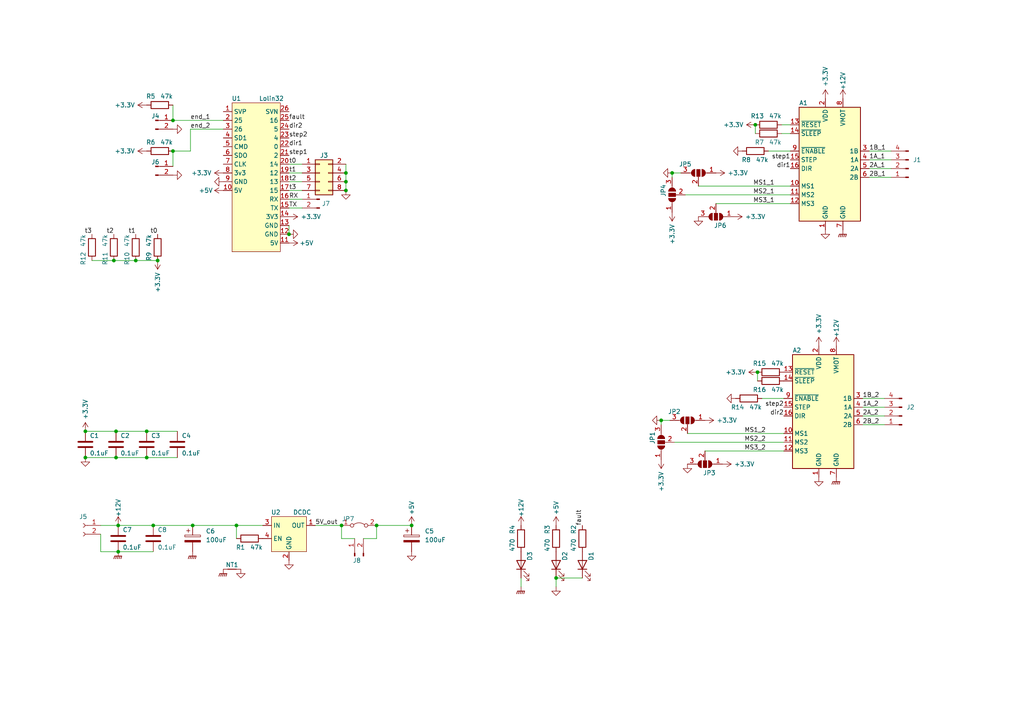
<source format=kicad_sch>
(kicad_sch (version 20211123) (generator eeschema)
  (paper "A4")
  (lib_symbols
    (symbol "Connector:Conn_01x02_Female" (pin_names (offset 1.016) hide)
      (property "Reference" "J" (at 0 2.54 0))
      (property "Value" "Conn_01x02_Female" (at 0 -5.08 0))
      (symbol "Conn_01x02_Female_1_1"
        (arc (start 0 -2.032) (mid -0.508 -2.54) (end 0 -3.048) (stroke (width 0.1524)))
        (polyline (pts (xy -1.27 -2.54) (xy -0.508 -2.54)) (stroke (width 0.1524)))
        (polyline (pts (xy -1.27 0) (xy -0.508 0)) (stroke (width 0.1524)))
        (arc (start 0 0.508) (mid -0.508 0) (end 0 -0.508) (stroke (width 0.1524)))
        (pin passive line (at -5.08 0 0) (length 3.81) (name "Pin_1") (number "1"))
        (pin passive line (at -5.08 -2.54 0) (length 3.81) (name "Pin_2") (number "2"))
      )
    )
    (symbol "Connector:Conn_01x02_Male" (pin_names (offset 1.016) hide)
      (property "Reference" "J" (at 0 2.54 0))
      (property "Value" "Conn_01x02_Male" (at 0 -5.08 0))
      (symbol "Conn_01x02_Male_1_1"
        (polyline (pts (xy 1.27 -2.54) (xy 0.8636 -2.54)) (stroke (width 0.1524)))
        (polyline (pts (xy 1.27 0) (xy 0.8636 0)) (stroke (width 0.1524)))
        (rectangle (start 0.8636 -2.413) (end 0 -2.667) (stroke (width 0.1524)) (fill (type outline)))
        (rectangle (start 0.8636 0.127) (end 0 -0.127) (stroke (width 0.1524)) (fill (type outline)))
        (pin passive line (at 5.08 0 180) (length 3.81) (name "Pin_1") (number "1"))
        (pin passive line (at 5.08 -2.54 180) (length 3.81) (name "Pin_2") (number "2"))
      )
    )
    (symbol "Connector:Conn_01x04_Male" (pin_names (offset 1.016) hide)
      (property "Reference" "J" (at 0 5.08 0))
      (property "Value" "Conn_01x04_Male" (at 0 -7.62 0))
      (symbol "Conn_01x04_Male_1_1"
        (polyline (pts (xy 1.27 -5.08) (xy 0.8636 -5.08)) (stroke (width 0.1524)))
        (polyline (pts (xy 1.27 -2.54) (xy 0.8636 -2.54)) (stroke (width 0.1524)))
        (polyline (pts (xy 1.27 0) (xy 0.8636 0)) (stroke (width 0.1524)))
        (polyline (pts (xy 1.27 2.54) (xy 0.8636 2.54)) (stroke (width 0.1524)))
        (rectangle (start 0.8636 -4.953) (end 0 -5.207) (stroke (width 0.1524)) (fill (type outline)))
        (rectangle (start 0.8636 -2.413) (end 0 -2.667) (stroke (width 0.1524)) (fill (type outline)))
        (rectangle (start 0.8636 0.127) (end 0 -0.127) (stroke (width 0.1524)) (fill (type outline)))
        (rectangle (start 0.8636 2.667) (end 0 2.413) (stroke (width 0.1524)) (fill (type outline)))
        (pin passive line (at 5.08 2.54 180) (length 3.81) (name "Pin_1") (number "1"))
        (pin passive line (at 5.08 0 180) (length 3.81) (name "Pin_2") (number "2"))
        (pin passive line (at 5.08 -2.54 180) (length 3.81) (name "Pin_3") (number "3"))
        (pin passive line (at 5.08 -5.08 180) (length 3.81) (name "Pin_4") (number "4"))
      )
    )
    (symbol "Connector_Generic:Conn_02x04_Odd_Even" (pin_names (offset 1.016) hide)
      (property "Reference" "J" (at 1.27 5.08 0))
      (property "Value" "Conn_02x04_Odd_Even" (at 1.27 -7.62 0))
      (symbol "Conn_02x04_Odd_Even_1_1"
        (rectangle (start -1.27 -4.953) (end 0 -5.207) (stroke (width 0.1524)))
        (rectangle (start -1.27 -2.413) (end 0 -2.667) (stroke (width 0.1524)))
        (rectangle (start -1.27 0.127) (end 0 -0.127) (stroke (width 0.1524)))
        (rectangle (start -1.27 2.667) (end 0 2.413) (stroke (width 0.1524)))
        (rectangle (start -1.27 3.81) (end 3.81 -6.35) (stroke (width 0.254)) (fill (type background)))
        (rectangle (start 3.81 -4.953) (end 2.54 -5.207) (stroke (width 0.1524)))
        (rectangle (start 3.81 -2.413) (end 2.54 -2.667) (stroke (width 0.1524)))
        (rectangle (start 3.81 0.127) (end 2.54 -0.127) (stroke (width 0.1524)))
        (rectangle (start 3.81 2.667) (end 2.54 2.413) (stroke (width 0.1524)))
        (pin passive line (at -5.08 2.54 0) (length 3.81) (name "Pin_1") (number "1"))
        (pin passive line (at 7.62 2.54 180) (length 3.81) (name "Pin_2") (number "2"))
        (pin passive line (at -5.08 0 0) (length 3.81) (name "Pin_3") (number "3"))
        (pin passive line (at 7.62 0 180) (length 3.81) (name "Pin_4") (number "4"))
        (pin passive line (at -5.08 -2.54 0) (length 3.81) (name "Pin_5") (number "5"))
        (pin passive line (at 7.62 -2.54 180) (length 3.81) (name "Pin_6") (number "6"))
        (pin passive line (at -5.08 -5.08 0) (length 3.81) (name "Pin_7") (number "7"))
        (pin passive line (at 7.62 -5.08 180) (length 3.81) (name "Pin_8") (number "8"))
      )
    )
    (symbol "Device:C" (pin_numbers hide) (pin_names (offset 0.254))
      (property "Reference" "C" (at 0.635 2.54 0))
      (property "Value" "C" (at 0.635 -2.54 0))
      (symbol "C_0_1"
        (polyline (pts (xy -2.032 -0.762) (xy 2.032 -0.762)) (stroke (width 0.508)))
        (polyline (pts (xy -2.032 0.762) (xy 2.032 0.762)) (stroke (width 0.508)))
      )
      (symbol "C_1_1"
        (pin passive line (at 0 3.81 270) (length 2.794) (name "~") (number "1"))
        (pin passive line (at 0 -3.81 90) (length 2.794) (name "~") (number "2"))
      )
    )
    (symbol "Device:C_Polarized" (pin_numbers hide) (pin_names (offset 0.254))
      (property "Reference" "C" (at 0.635 2.54 0))
      (property "Value" "C_Polarized" (at 0.635 -2.54 0))
      (symbol "C_Polarized_0_1"
        (rectangle (start -2.286 0.508) (end 2.286 1.016))
        (polyline (pts (xy -1.778 2.286) (xy -0.762 2.286)))
        (polyline (pts (xy -1.27 2.794) (xy -1.27 1.778)))
        (rectangle (start 2.286 -0.508) (end -2.286 -1.016) (fill (type outline)))
      )
      (symbol "C_Polarized_1_1"
        (pin passive line (at 0 3.81 270) (length 2.794) (name "~") (number "1"))
        (pin passive line (at 0 -3.81 90) (length 2.794) (name "~") (number "2"))
      )
    )
    (symbol "Device:LED" (pin_numbers hide) (pin_names (offset 1.016) hide)
      (property "Reference" "D" (at 0 2.54 0))
      (property "Value" "LED" (at 0 -2.54 0))
      (symbol "LED_0_1"
        (polyline (pts (xy -1.27 -1.27) (xy -1.27 1.27)) (stroke (width 0.254)))
        (polyline (pts (xy -1.27 0) (xy 1.27 0)))
        (polyline (pts (xy 1.27 -1.27) (xy 1.27 1.27) (xy -1.27 0) (xy 1.27 -1.27)) (stroke (width 0.254)))
        (polyline (pts (xy -3.048 -0.762) (xy -4.572 -2.286) (xy -3.81 -2.286) (xy -4.572 -2.286) (xy -4.572 -1.524)))
        (polyline (pts (xy -1.778 -0.762) (xy -3.302 -2.286) (xy -2.54 -2.286) (xy -3.302 -2.286) (xy -3.302 -1.524)))
      )
      (symbol "LED_1_1"
        (pin passive line (at -3.81 0 0) (length 2.54) (name "K") (number "1"))
        (pin passive line (at 3.81 0 180) (length 2.54) (name "A") (number "2"))
      )
    )
    (symbol "Device:NetTie_2" (pin_numbers hide) (pin_names (offset 0) hide)
      (property "Reference" "NT" (at 0 1.27 0))
      (property "Value" "NetTie_2" (at 0 -1.27 0))
      (symbol "NetTie_2_0_1"
        (polyline (pts (xy -1.27 0) (xy 1.27 0)) (stroke (width 0.254)))
      )
      (symbol "NetTie_2_1_1"
        (pin passive line (at -2.54 0 0) (length 2.54) (name "1") (number "1"))
        (pin passive line (at 2.54 0 180) (length 2.54) (name "2") (number "2"))
      )
    )
    (symbol "Device:R" (pin_numbers hide) (pin_names (offset 0))
      (property "Reference" "R" (at 2.032 0 90))
      (property "Value" "R" (at 0 0 90))
      (symbol "R_0_1"
        (rectangle (start -1.016 -2.54) (end 1.016 2.54) (stroke (width 0.254)))
      )
      (symbol "R_1_1"
        (pin passive line (at 0 3.81 270) (length 1.27) (name "~") (number "1"))
        (pin passive line (at 0 -3.81 90) (length 1.27) (name "~") (number "2"))
      )
    )
    (symbol "Driver_Motor:Pololu_Breakout_A4988"
      (property "Reference" "A" (at -2.54 19.05 0))
      (property "Value" "Pololu_Breakout_A4988" (at -2.54 16.51 0))
      (symbol "Pololu_Breakout_A4988_0_1"
        (rectangle (start 10.16 -17.78) (end -7.62 15.24) (stroke (width 0.254)) (fill (type background)))
      )
      (symbol "Pololu_Breakout_A4988_1_1"
        (pin power_in line (at 0 -20.32 90) (length 2.54) (name "GND") (number "1"))
        (pin input line (at -10.16 -7.62 0) (length 2.54) (name "MS1") (number "10"))
        (pin input line (at -10.16 -10.16 0) (length 2.54) (name "MS2") (number "11"))
        (pin input line (at -10.16 -12.7 0) (length 2.54) (name "MS3") (number "12"))
        (pin input line (at -10.16 10.16 0) (length 2.54) (name "~{RESET}") (number "13"))
        (pin input line (at -10.16 7.62 0) (length 2.54) (name "~{SLEEP}") (number "14"))
        (pin input line (at -10.16 0 0) (length 2.54) (name "STEP") (number "15"))
        (pin input line (at -10.16 -2.54 0) (length 2.54) (name "DIR") (number "16"))
        (pin power_in line (at 0 17.78 270) (length 2.54) (name "VDD") (number "2"))
        (pin output line (at 12.7 2.54 180) (length 2.54) (name "1B") (number "3"))
        (pin output line (at 12.7 0 180) (length 2.54) (name "1A") (number "4"))
        (pin output line (at 12.7 -2.54 180) (length 2.54) (name "2A") (number "5"))
        (pin output line (at 12.7 -5.08 180) (length 2.54) (name "2B") (number "6"))
        (pin power_in line (at 5.08 -20.32 90) (length 2.54) (name "GND") (number "7"))
        (pin power_in line (at 5.08 17.78 270) (length 2.54) (name "VMOT") (number "8"))
        (pin input line (at -10.16 2.54 0) (length 2.54) (name "~{ENABLE}") (number "9"))
      )
    )
    (symbol "Jumper:Jumper_2_Bridged" (pin_names (offset 0) hide)
      (property "Reference" "JP" (at 0 1.905 0))
      (property "Value" "Jumper_2_Bridged" (at 0 -2.54 0))
      (symbol "Jumper_2_Bridged_0_0"
        (circle (center -2.032 0) (radius 0.508))
        (circle (center 2.032 0) (radius 0.508))
      )
      (symbol "Jumper_2_Bridged_0_1"
        (arc (start 1.524 0.254) (mid 0 0.762) (end -1.524 0.254))
      )
      (symbol "Jumper_2_Bridged_1_1"
        (pin passive line (at -5.08 0 0) (length 2.54) (name "A") (number "1"))
        (pin passive line (at 5.08 0 180) (length 2.54) (name "B") (number "2"))
      )
    )
    (symbol "Jumper:SolderJumper_3_Open" (pin_names (offset 0) hide)
      (property "Reference" "JP" (at -2.54 -2.54 0))
      (property "Value" "SolderJumper_3_Open" (at 0 2.794 0))
      (symbol "SolderJumper_3_Open_0_1"
        (arc (start -1.016 1.016) (mid -2.032 0) (end -1.016 -1.016))
        (arc (start -1.016 1.016) (mid -2.032 0) (end -1.016 -1.016) (fill (type outline)))
        (rectangle (start -0.508 1.016) (end 0.508 -1.016) (fill (type outline)))
        (polyline (pts (xy -2.54 0) (xy -2.032 0)))
        (polyline (pts (xy -1.016 1.016) (xy -1.016 -1.016)))
        (polyline (pts (xy 0 -1.27) (xy 0 -1.016)))
        (polyline (pts (xy 1.016 1.016) (xy 1.016 -1.016)))
        (polyline (pts (xy 2.54 0) (xy 2.032 0)))
        (arc (start 1.016 -1.016) (mid 2.032 0) (end 1.016 1.016))
        (arc (start 1.016 -1.016) (mid 2.032 0) (end 1.016 1.016) (fill (type outline)))
      )
      (symbol "SolderJumper_3_Open_1_1"
        (pin passive line (at -5.08 0 0) (length 2.54) (name "A") (number "1"))
        (pin passive line (at 0 -3.81 90) (length 2.54) (name "C") (number "2"))
        (pin passive line (at 5.08 0 180) (length 2.54) (name "B") (number "3"))
      )
    )
    (symbol "platform:DCDC"
      (property "Reference" "U" (at 1.27 1.27 0))
      (property "Value" "DCDC" (at 7.62 1.27 0))
      (symbol "DCDC_0_1"
        (rectangle (start 0 0) (end 10.16 -10.16) (fill (type background)))
      )
      (symbol "DCDC_1_1"
        (pin power_out line (at 12.7 -2.54 180) (length 2.54) (name "OUT") (number "1"))
        (pin power_in line (at 5.08 -12.7 90) (length 2.54) (name "GND") (number "2"))
        (pin power_in line (at -2.54 -2.54 0) (length 2.54) (name "IN") (number "3"))
        (pin input line (at -2.54 -6.35 0) (length 2.54) (name "EN") (number "4"))
      )
    )
    (symbol "platform:Lolin32"
      (property "Reference" "U" (at 1.27 1.27 0))
      (property "Value" "Lolin32" (at 11.43 1.27 0))
      (symbol "Lolin32_0_1"
        (rectangle (start 0 0) (end 13.97 -43.18) (fill (type background)))
      )
      (symbol "Lolin32_1_1"
        (pin bidirectional line (at -2.54 -2.54 0) (length 2.54) (name "SVP") (number "1"))
        (pin power_in line (at -2.54 -25.4 0) (length 2.54) (name "5V") (number "10"))
        (pin power_in line (at 16.51 -40.64 180) (length 2.54) (name "5V") (number "11"))
        (pin power_in line (at 16.51 -38.1 180) (length 2.54) (name "GND") (number "12"))
        (pin power_in line (at 16.51 -35.56 180) (length 2.54) (name "GND") (number "13"))
        (pin power_in line (at 16.51 -33.02 180) (length 2.54) (name "3V3") (number "14"))
        (pin bidirectional line (at 16.51 -30.48 180) (length 2.54) (name "TX") (number "15"))
        (pin bidirectional line (at 16.51 -27.94 180) (length 2.54) (name "RX") (number "16"))
        (pin bidirectional line (at 16.51 -25.4 180) (length 2.54) (name "15") (number "17"))
        (pin bidirectional line (at 16.51 -22.86 180) (length 2.54) (name "13") (number "18"))
        (pin bidirectional line (at 16.51 -20.32 180) (length 2.54) (name "12") (number "19"))
        (pin bidirectional line (at -2.54 -5.08 0) (length 2.54) (name "25") (number "2"))
        (pin bidirectional line (at 16.51 -17.78 180) (length 2.54) (name "14") (number "20"))
        (pin bidirectional line (at 16.51 -15.24 180) (length 2.54) (name "2") (number "21"))
        (pin bidirectional line (at 16.51 -12.7 180) (length 2.54) (name "0") (number "22"))
        (pin bidirectional line (at 16.51 -10.16 180) (length 2.54) (name "4") (number "23"))
        (pin bidirectional line (at 16.51 -7.62 180) (length 2.54) (name "5") (number "24"))
        (pin bidirectional line (at 16.51 -5.08 180) (length 2.54) (name "16") (number "25"))
        (pin bidirectional line (at 16.51 -2.54 180) (length 2.54) (name "SVN") (number "26"))
        (pin bidirectional line (at -2.54 -7.62 0) (length 2.54) (name "26") (number "3"))
        (pin bidirectional line (at -2.54 -10.16 0) (length 2.54) (name "SD1") (number "4"))
        (pin bidirectional line (at -2.54 -12.7 0) (length 2.54) (name "CMD") (number "5"))
        (pin bidirectional line (at -2.54 -15.24 0) (length 2.54) (name "SDO") (number "6"))
        (pin bidirectional line (at -2.54 -17.78 0) (length 2.54) (name "CLK") (number "7"))
        (pin power_in line (at -2.54 -20.32 0) (length 2.54) (name "3v3") (number "8"))
        (pin power_in line (at -2.54 -22.86 0) (length 2.54) (name "GND") (number "9"))
      )
    )
    (symbol "power:+12V" (power) (pin_names (offset 0))
      (property "Value" "+12V" (at 0 3.556 0))
      (symbol "+12V_0_1"
        (polyline (pts (xy -0.762 1.27) (xy 0 2.54)))
        (polyline (pts (xy 0 0) (xy 0 2.54)))
        (polyline (pts (xy 0 2.54) (xy 0.762 1.27)))
      )
      (symbol "+12V_1_1"
        (pin power_in line (at 0 0 90) (length 0) hide (name "+12V") (number "1"))
      )
    )
    (symbol "power:+3.3V" (power) (pin_names (offset 0))
      (property "Value" "+3.3V" (at 0 3.556 0))
      (symbol "+3.3V_0_1"
        (polyline (pts (xy -0.762 1.27) (xy 0 2.54)))
        (polyline (pts (xy 0 0) (xy 0 2.54)))
        (polyline (pts (xy 0 2.54) (xy 0.762 1.27)))
      )
      (symbol "+3.3V_1_1"
        (pin power_in line (at 0 0 90) (length 0) hide (name "+3.3V") (number "1"))
      )
    )
    (symbol "power:+5V" (power) (pin_names (offset 0))
      (property "Value" "+5V" (at 0 3.556 0))
      (symbol "+5V_0_1"
        (polyline (pts (xy -0.762 1.27) (xy 0 2.54)))
        (polyline (pts (xy 0 0) (xy 0 2.54)))
        (polyline (pts (xy 0 2.54) (xy 0.762 1.27)))
      )
      (symbol "+5V_1_1"
        (pin power_in line (at 0 0 90) (length 0) hide (name "+5V") (number "1"))
      )
    )
    (symbol "power:GND" (power) (pin_names (offset 0))
      (property "Value" "GND" (at 0 -3.81 0))
      (symbol "GND_0_1"
        (polyline (pts (xy 0 0) (xy 0 -1.27) (xy 1.27 -1.27) (xy 0 -2.54) (xy -1.27 -1.27) (xy 0 -1.27)))
      )
      (symbol "GND_1_1"
        (pin power_in line (at 0 0 270) (length 0) hide (name "GND") (number "1"))
      )
    )
    (symbol "power:GNDPWR" (power) (pin_names (offset 0))
      (property "Value" "GNDPWR" (at 0 -3.302 0))
      (symbol "GNDPWR_0_1"
        (polyline (pts (xy 0 -1.27) (xy 0 0)))
        (polyline (pts (xy -1.016 -1.27) (xy -1.27 -2.032) (xy -1.27 -2.032)) (stroke (width 0.2032)))
        (polyline (pts (xy -0.508 -1.27) (xy -0.762 -2.032) (xy -0.762 -2.032)) (stroke (width 0.2032)))
        (polyline (pts (xy 0 -1.27) (xy -0.254 -2.032) (xy -0.254 -2.032)) (stroke (width 0.2032)))
        (polyline (pts (xy 0.508 -1.27) (xy 0.254 -2.032) (xy 0.254 -2.032)) (stroke (width 0.2032)))
        (polyline (pts (xy 1.016 -1.27) (xy -1.016 -1.27) (xy -1.016 -1.27)) (stroke (width 0.2032)))
        (polyline (pts (xy 1.016 -1.27) (xy 0.762 -2.032) (xy 0.762 -2.032) (xy 0.762 -2.032)) (stroke (width 0.2032)))
      )
      (symbol "GNDPWR_1_1"
        (pin power_in line (at 0 0 270) (length 0) hide (name "GNDPWR") (number "1"))
      )
    )
  )
  (junction (at 194.945 50.165))
  (junction (at 33.655 132.715))
  (junction (at 50.165 43.815))
  (junction (at 42.545 132.715))
  (junction (at 39.37 75.565))
  (junction (at 161.29 167.64))
  (junction (at 45.72 75.565))
  (junction (at 55.88 152.4))
  (junction (at 100.33 52.705))
  (junction (at 99.06 152.4))
  (junction (at 50.165 34.925))
  (junction (at 68.58 152.4))
  (junction (at 219.075 36.195))
  (junction (at 33.655 125.095))
  (junction (at 24.765 132.715))
  (junction (at 100.33 50.165))
  (junction (at 191.77 121.92))
  (junction (at 33.02 75.565))
  (junction (at 24.765 125.095))
  (junction (at 109.22 152.4))
  (junction (at 83.82 67.945))
  (junction (at 100.33 55.245))
  (junction (at 44.45 152.4))
  (junction (at 119.38 152.4))
  (junction (at 34.29 160.02))
  (junction (at 42.545 125.095))
  (junction (at 34.29 152.4))
  (junction (at 219.71 107.95))
  (wire (pts (xy 161.29 170.18) (xy 161.29 167.64)))
  (wire (pts (xy 29.21 152.4) (xy 34.29 152.4)))
  (wire (pts (xy 87.63 60.325) (xy 83.82 60.325)))
  (wire (pts (xy 33.655 125.095) (xy 42.545 125.095)))
  (wire (pts (xy 250.19 123.19) (xy 256.54 123.19)))
  (wire (pts (xy 151.13 170.18) (xy 151.13 167.64)))
  (wire (pts (xy 252.095 51.435) (xy 258.445 51.435)))
  (wire (pts (xy 42.545 132.715) (xy 51.435 132.715)))
  (wire (pts (xy 250.19 120.65) (xy 256.54 120.65)))
  (wire (pts (xy 68.58 152.4) (xy 76.2 152.4)))
  (wire (pts (xy 220.98 115.57) (xy 227.33 115.57)))
  (wire (pts (xy 50.165 34.925) (xy 64.77 34.925)))
  (wire (pts (xy 222.885 43.815) (xy 229.235 43.815)))
  (wire (pts (xy 24.765 132.715) (xy 33.655 132.715)))
  (wire (pts (xy 198.755 56.515) (xy 229.235 56.515)))
  (wire (pts (xy 50.165 30.48) (xy 50.165 34.925)))
  (wire (pts (xy 194.31 121.92) (xy 191.77 121.92)))
  (wire (pts (xy 100.33 52.705) (xy 100.33 55.245)))
  (wire (pts (xy 55.245 43.815) (xy 50.165 43.815)))
  (wire (pts (xy 68.58 152.4) (xy 68.58 156.21)))
  (wire (pts (xy 191.77 121.92) (xy 191.77 123.19)))
  (wire (pts (xy 33.02 75.565) (xy 26.67 75.565)))
  (wire (pts (xy 252.095 48.895) (xy 258.445 48.895)))
  (wire (pts (xy 55.88 152.4) (xy 68.58 152.4)))
  (wire (pts (xy 34.29 152.4) (xy 44.45 152.4)))
  (wire (pts (xy 34.29 160.02) (xy 44.45 160.02)))
  (wire (pts (xy 252.095 43.815) (xy 258.445 43.815)))
  (wire (pts (xy 42.545 125.095) (xy 51.435 125.095)))
  (wire (pts (xy 64.77 37.465) (xy 55.245 37.465)))
  (wire (pts (xy 100.33 47.625) (xy 100.33 50.165)))
  (wire (pts (xy 29.21 160.02) (xy 29.21 154.94)))
  (wire (pts (xy 207.645 59.055) (xy 229.235 59.055)))
  (wire (pts (xy 50.165 43.815) (xy 50.165 48.26)))
  (wire (pts (xy 83.82 65.405) (xy 83.82 67.945)))
  (wire (pts (xy 194.945 50.165) (xy 194.945 51.435)))
  (wire (pts (xy 197.485 50.165) (xy 194.945 50.165)))
  (wire (pts (xy 219.075 36.195) (xy 219.075 38.735)))
  (wire (pts (xy 34.29 160.02) (xy 29.21 160.02)))
  (wire (pts (xy 87.63 50.165) (xy 83.82 50.165)))
  (wire (pts (xy 87.63 47.625) (xy 83.82 47.625)))
  (wire (pts (xy 252.095 46.355) (xy 258.445 46.355)))
  (wire (pts (xy 99.06 152.4) (xy 99.06 156.21)))
  (wire (pts (xy 199.39 125.73) (xy 227.33 125.73)))
  (wire (pts (xy 226.695 36.195) (xy 229.235 36.195)))
  (wire (pts (xy 44.45 152.4) (xy 55.88 152.4)))
  (wire (pts (xy 109.22 152.4) (xy 119.38 152.4)))
  (wire (pts (xy 87.63 57.785) (xy 83.82 57.785)))
  (wire (pts (xy 87.63 55.245) (xy 83.82 55.245)))
  (wire (pts (xy 226.695 38.735) (xy 229.235 38.735)))
  (wire (pts (xy 99.06 156.21) (xy 102.87 156.21)))
  (wire (pts (xy 202.565 53.975) (xy 229.235 53.975)))
  (wire (pts (xy 33.655 132.715) (xy 42.545 132.715)))
  (wire (pts (xy 87.63 52.705) (xy 83.82 52.705)))
  (wire (pts (xy 168.91 167.64) (xy 161.29 167.64)))
  (wire (pts (xy 250.19 115.57) (xy 256.54 115.57)))
  (wire (pts (xy 204.47 130.81) (xy 227.33 130.81)))
  (wire (pts (xy 45.72 75.565) (xy 39.37 75.565)))
  (wire (pts (xy 219.71 107.95) (xy 219.71 110.49)))
  (wire (pts (xy 109.22 156.21) (xy 109.22 152.4)))
  (wire (pts (xy 250.19 118.11) (xy 256.54 118.11)))
  (wire (pts (xy 24.765 125.095) (xy 33.655 125.095)))
  (wire (pts (xy 105.41 156.21) (xy 109.22 156.21)))
  (wire (pts (xy 195.58 128.27) (xy 227.33 128.27)))
  (wire (pts (xy 39.37 75.565) (xy 33.02 75.565)))
  (wire (pts (xy 91.44 152.4) (xy 99.06 152.4)))
  (wire (pts (xy 100.33 50.165) (xy 100.33 52.705)))
  (wire (pts (xy 55.245 37.465) (xy 55.245 43.815)))
  (label "1B_2" (at 250.19 115.57 0))
  (label "RX" (at 83.82 57.785 0))
  (label "MS2_2" (at 215.9 128.27 0))
  (label "dir2" (at 227.33 120.65 180))
  (label "1A_2" (at 250.19 118.11 0))
  (label "MS3_2" (at 215.9 130.81 0))
  (label "dir1" (at 83.82 42.545 0))
  (label "MS1_2" (at 215.9 125.73 0))
  (label "dir1" (at 229.235 48.895 180))
  (label "step2" (at 83.82 40.005 0))
  (label "end_2" (at 55.245 37.465 0))
  (label "5V_out" (at 91.44 152.4 0))
  (label "step1" (at 83.82 45.085 0))
  (label "dir2" (at 83.82 37.465 0))
  (label "t2" (at 83.82 52.705 0))
  (label "2A_2" (at 250.19 120.65 0))
  (label "step2" (at 227.33 118.11 180))
  (label "t2" (at 33.02 67.945 180))
  (label "t3" (at 26.67 67.945 180))
  (label "t3" (at 83.82 55.245 0))
  (label "2A_1" (at 252.095 48.895 0))
  (label "fault" (at 168.91 152.4 90))
  (label "t1" (at 83.82 50.165 0))
  (label "2B_1" (at 252.095 51.435 0))
  (label "1B_1" (at 252.095 43.815 0))
  (label "MS3_1" (at 218.44 59.055 0))
  (label "t1" (at 39.37 67.945 180))
  (label "step1" (at 229.235 46.355 180))
  (label "2B_2" (at 250.19 123.19 0))
  (label "fault" (at 83.82 34.925 0))
  (label "MS1_1" (at 218.44 53.975 0))
  (label "t0" (at 83.82 47.625 0))
  (label "t0" (at 45.72 67.945 180))
  (label "end_1" (at 55.245 34.925 0))
  (label "MS2_1" (at 218.44 56.515 0))
  (label "TX" (at 83.82 60.325 0))
  (label "1A_1" (at 252.095 46.355 0))
  (symbol (lib_id "power:+3.3V") (at 45.72 75.565 0) (mirror x) (unit 1)
    (property "Reference" "#PWR0145" (effects hide))
    (property "Value" "+3.3V" (at 45.72 81.915 90))
  )
  (symbol (lib_id "power:+3.3V") (at 42.545 43.815 90) (mirror x) (unit 1)
    (property "Reference" "#PWR0141" (effects hide))
    (property "Value" "+3.3V" (at 36.195 43.815 90))
  )
  (symbol (lib_id "Jumper:SolderJumper_3_Open") (at 202.565 50.165 0) (mirror y) (unit 1)
    (property "Reference" "JP5" (at 198.755 47.625 0))
    (property "Value" "SolderJumper_3_Open" (effects hide))
    (property "Footprint" "Jumper:SolderJumper-3_P2.0mm_Open_TrianglePad1.0x1.5mm" (effects hide))
  )
  (symbol (lib_id "power:GND") (at 239.395 66.675 0) (unit 1)
    (property "Reference" "#PWR0110" (effects hide))
    (property "Value" "GND" (effects hide))
  )
  (symbol (lib_id "Jumper:SolderJumper_3_Open") (at 191.77 128.27 90) (unit 1)
    (property "Reference" "JP1" (at 189.23 127 0))
    (property "Value" "SolderJumper_3_Open" (effects hide))
    (property "Footprint" "Jumper:SolderJumper-3_P2.0mm_Open_TrianglePad1.0x1.5mm" (effects hide))
  )
  (symbol (lib_id "Device:C") (at 24.765 128.905 0) (unit 1)
    (property "Reference" "C1" (at 26.035 126.365 0) (effects (justify left)))
    (property "Value" "0.1uF" (at 26.035 131.445 0) (effects (justify left)))
    (property "Footprint" "Capacitor_SMD:C_0805_2012Metric_Pad1.18x1.45mm_HandSolder" (effects hide))
  )
  (symbol (lib_id "power:+12V") (at 34.29 152.4 0) (unit 1)
    (property "Reference" "#PWR0143" (effects hide))
    (property "Value" "+12V" (at 34.29 147.32 90))
  )
  (symbol (lib_id "Device:R") (at 26.67 71.755 0) (mirror x) (unit 1)
    (property "Reference" "R12" (at 24.13 73.025 90) (effects (justify left)))
    (property "Value" "47k" (at 24.13 67.945 90) (effects (justify left)))
    (property "Footprint" "Resistor_SMD:R_0805_2012Metric_Pad1.20x1.40mm_HandSolder" (effects hide))
  )
  (symbol (lib_id "Device:C") (at 42.545 128.905 0) (unit 1)
    (property "Reference" "C3" (at 43.815 126.365 0) (effects (justify left)))
    (property "Value" "0.1uF" (at 43.815 131.445 0) (effects (justify left)))
    (property "Footprint" "Capacitor_SMD:C_0805_2012Metric_Pad1.18x1.45mm_HandSolder" (effects hide))
  )
  (symbol (lib_id "power:+3.3V") (at 191.77 133.35 180) (unit 1)
    (property "Reference" "#PWR0125" (effects hide))
    (property "Value" "+3.3V" (at 191.77 139.7 90))
  )
  (symbol (lib_id "power:GND") (at 213.36 115.57 270) (unit 1)
    (property "Reference" "#PWR0118" (effects hide))
    (property "Value" "GND" (effects hide))
  )
  (symbol (lib_id "Driver_Motor:Pololu_Breakout_A4988") (at 239.395 46.355 0) (unit 1)
    (property "Reference" "A1" (at 231.775 29.845 0) (effects (justify left)))
    (property "Value" "Pololu_Breakout_A4988" (effects hide))
    (property "Footprint" "Module:Pololu_Breakout-16_15.2x20.3mm" (effects hide))
    (property "Datasheet" "https://www.pololu.com/product/2980/pictures" (effects hide))
  )
  (symbol (lib_id "Jumper:SolderJumper_3_Open") (at 207.645 62.865 180) (unit 1)
    (property "Reference" "JP6" (at 208.915 65.405 0))
    (property "Value" "SolderJumper_3_Open" (effects hide))
    (property "Footprint" "Jumper:SolderJumper-3_P2.0mm_Open_TrianglePad1.0x1.5mm" (effects hide))
  )
  (symbol (lib_id "power:+3.3V") (at 219.075 36.195 90) (unit 1)
    (property "Reference" "#PWR0129" (effects hide))
    (property "Value" "+3.3V" (at 212.725 36.195 90))
  )
  (symbol (lib_id "Device:R") (at 223.52 107.95 90) (mirror x) (unit 1)
    (property "Reference" "R15" (at 222.25 105.41 90) (effects (justify left)))
    (property "Value" "47k" (at 227.33 105.41 90) (effects (justify left)))
    (property "Footprint" "Resistor_SMD:R_0805_2012Metric_Pad1.20x1.40mm_HandSolder" (effects hide))
  )
  (symbol (lib_id "power:+3.3V") (at 209.55 134.62 270) (unit 1)
    (property "Reference" "#PWR0115" (effects hide))
    (property "Value" "+3.3V" (at 215.9 134.62 90))
  )
  (symbol (lib_id "Device:R") (at 45.72 71.755 0) (mirror x) (unit 1)
    (property "Reference" "R9" (at 43.18 73.025 90) (effects (justify left)))
    (property "Value" "47k" (at 43.18 67.945 90) (effects (justify left)))
    (property "Footprint" "Resistor_SMD:R_0805_2012Metric_Pad1.20x1.40mm_HandSolder" (effects hide))
  )
  (symbol (lib_id "power:GND") (at 83.82 162.56 0) (unit 1)
    (property "Reference" "#PWR0126" (effects hide))
    (property "Value" "GND" (effects hide))
  )
  (symbol (lib_id "Device:C") (at 33.655 128.905 0) (unit 1)
    (property "Reference" "C2" (at 34.925 126.365 0) (effects (justify left)))
    (property "Value" "0.1uF" (at 34.925 131.445 0) (effects (justify left)))
    (property "Footprint" "Capacitor_SMD:C_0805_2012Metric_Pad1.18x1.45mm_HandSolder" (effects hide))
  )
  (symbol (lib_id "Connector:Conn_01x02_Male") (at 45.085 34.925 0) (unit 1)
    (property "Reference" "J4" (at 45.085 33.655 0))
    (property "Value" "Conn_01x02_Male" (effects hide))
    (property "Footprint" "Connector_JST:JST_EH_B2B-EH-A_1x02_P2.50mm_Vertical" (effects hide))
  )
  (symbol (lib_id "power:+3.3V") (at 212.725 62.865 270) (unit 1)
    (property "Reference" "#PWR0146" (effects hide))
    (property "Value" "+3.3V" (at 219.075 62.865 90))
  )
  (symbol (lib_id "Device:R") (at 168.91 156.21 0) (unit 1)
    (property "Reference" "R2" (at 166.37 154.94 90) (effects (justify left)))
    (property "Value" "470" (at 166.37 160.02 90) (effects (justify left)))
    (property "Footprint" "Resistor_SMD:R_0805_2012Metric_Pad1.20x1.40mm_HandSolder" (effects hide))
  )
  (symbol (lib_id "power:GNDPWR") (at 34.29 160.02 0) (unit 1)
    (property "Reference" "#PWR0144" (effects hide))
    (property "Value" "GNDPWR" (effects hide))
  )
  (symbol (lib_id "power:+3.3V") (at 237.49 100.33 0) (unit 1)
    (property "Reference" "#PWR0120" (effects hide))
    (property "Value" "+3.3V" (at 237.49 93.98 90))
  )
  (symbol (lib_id "power:GNDPWR") (at 151.13 170.18 0) (unit 1)
    (property "Reference" "#PWR0139" (effects hide))
    (property "Value" "GNDPWR" (effects hide))
  )
  (symbol (lib_id "Connector:Conn_01x04_Male") (at 263.525 48.895 180) (unit 1)
    (property "Reference" "J1" (at 264.795 46.3549 0) (effects (justify right)))
    (property "Value" "Conn_01x04_Male" (effects hide))
    (property "Footprint" "Connector_JST:JST_EH_B4B-EH-A_1x04_P2.50mm_Vertical" (effects hide))
  )
  (symbol (lib_id "Connector_Generic:Conn_02x04_Odd_Even") (at 92.71 50.165 0) (unit 1)
    (property "Reference" "J3" (at 93.98 45.085 0))
    (property "Value" "Conn_02x04_Odd_Even" (effects hide))
    (property "Footprint" "Connector_PinHeader_2.54mm:PinHeader_2x04_P2.54mm_Vertical" (effects hide))
  )
  (symbol (lib_id "power:+12V") (at 151.13 152.4 0) (unit 1)
    (property "Reference" "#PWR0136" (effects hide))
    (property "Value" "+12V" (at 151.13 147.32 90))
  )
  (symbol (lib_id "power:GND") (at 161.29 170.18 0) (unit 1)
    (property "Reference" "#PWR0138" (effects hide))
    (property "Value" "GND" (effects hide))
  )
  (symbol (lib_id "Device:R") (at 39.37 71.755 0) (mirror x) (unit 1)
    (property "Reference" "R10" (at 36.83 73.025 90) (effects (justify left)))
    (property "Value" "47k" (at 36.83 67.945 90) (effects (justify left)))
    (property "Footprint" "Resistor_SMD:R_0805_2012Metric_Pad1.20x1.40mm_HandSolder" (effects hide))
  )
  (symbol (lib_id "power:+3.3V") (at 204.47 121.92 270) (unit 1)
    (property "Reference" "#PWR0116" (effects hide))
    (property "Value" "+3.3V" (at 210.82 121.92 90))
  )
  (symbol (lib_id "power:GND") (at 24.765 132.715 0) (unit 1)
    (property "Reference" "#PWR0101" (effects hide))
    (property "Value" "GND" (effects hide))
  )
  (symbol (lib_id "power:+12V") (at 242.57 100.33 0) (unit 1)
    (property "Reference" "#PWR0122" (effects hide))
    (property "Value" "+12V" (at 242.57 95.25 90))
  )
  (symbol (lib_id "platform:Lolin32") (at 67.31 29.845 0) (unit 1)
    (property "Reference" "U1" (at 68.58 28.575 0))
    (property "Value" "Lolin32" (at 78.74 28.575 0))
    (property "Footprint" "platform:Lolin32" (effects hide))
  )
  (symbol (lib_id "power:+3.3V") (at 83.82 62.865 270) (unit 1)
    (property "Reference" "#PWR0103" (effects hide))
    (property "Value" "+3.3V" (at 90.17 62.865 90))
  )
  (symbol (lib_id "power:+3.3V") (at 239.395 28.575 0) (unit 1)
    (property "Reference" "#PWR0131" (effects hide))
    (property "Value" "+3.3V" (at 239.395 22.225 90))
  )
  (symbol (lib_id "Device:R") (at 223.52 110.49 90) (unit 1)
    (property "Reference" "R16" (at 222.25 113.03 90) (effects (justify left)))
    (property "Value" "47k" (at 227.33 113.03 90) (effects (justify left)))
    (property "Footprint" "Resistor_SMD:R_0805_2012Metric_Pad1.20x1.40mm_HandSolder" (effects hide))
  )
  (symbol (lib_id "power:+5V") (at 161.29 152.4 0) (unit 1)
    (property "Reference" "#PWR0137" (effects hide))
    (property "Value" "+5V" (at 161.29 147.32 90))
  )
  (symbol (lib_id "Device:C_Polarized") (at 119.38 156.21 0) (unit 1)
    (property "Reference" "C5" (at 123.19 154.0509 0) (effects (justify left)))
    (property "Value" "100uF" (at 123.19 156.5909 0) (effects (justify left)))
    (property "Footprint" "Capacitor_THT:CP_Radial_D10.0mm_P2.50mm_P5.00mm" (effects hide))
  )
  (symbol (lib_id "Connector:Conn_01x02_Female") (at 24.13 152.4 0) (mirror y) (unit 1)
    (property "Reference" "J5" (at 24.13 149.86 0))
    (property "Value" "Conn_01x02_Female" (effects hide))
    (property "Footprint" "Connector_Phoenix_MSTB:PhoenixContact_MSTBVA_2,5_2-G-5,08_1x02_P5.08mm_Vertical" (effects hide))
  )
  (symbol (lib_id "power:+3.3V") (at 207.645 50.165 270) (unit 1)
    (property "Reference" "#PWR0140" (effects hide))
    (property "Value" "+3.3V" (at 213.995 50.165 90))
  )
  (symbol (lib_id "Device:LED") (at 151.13 163.83 90) (unit 1)
    (property "Reference" "D3" (at 153.67 161.29 0))
    (property "Value" "LED" (effects hide))
    (property "Footprint" "LED_THT:LED_D5.0mm" (effects hide))
  )
  (symbol (lib_id "Device:C") (at 34.29 156.21 0) (unit 1)
    (property "Reference" "C7" (at 35.56 153.67 0) (effects (justify left)))
    (property "Value" "0.1uF" (at 35.56 158.75 0) (effects (justify left)))
    (property "Footprint" "Capacitor_SMD:C_0805_2012Metric_Pad1.18x1.45mm_HandSolder" (effects hide))
  )
  (symbol (lib_id "power:+3.3V") (at 194.945 61.595 180) (unit 1)
    (property "Reference" "#PWR0133" (effects hide))
    (property "Value" "+3.3V" (at 194.945 67.945 90))
  )
  (symbol (lib_id "power:+3.3V") (at 219.71 107.95 90) (unit 1)
    (property "Reference" "#PWR0128" (effects hide))
    (property "Value" "+3.3V" (at 213.36 107.95 90))
  )
  (symbol (lib_id "power:GND") (at 119.38 160.02 0) (unit 1)
    (property "Reference" "#PWR0135" (effects hide))
    (property "Value" "GND" (effects hide))
  )
  (symbol (lib_id "Device:C") (at 44.45 156.21 0) (unit 1)
    (property "Reference" "C8" (at 45.72 153.67 0) (effects (justify left)))
    (property "Value" "0.1uF" (at 45.72 158.75 0) (effects (justify left)))
    (property "Footprint" "Capacitor_SMD:C_0805_2012Metric_Pad1.18x1.45mm_HandSolder" (effects hide))
  )
  (symbol (lib_id "Jumper:SolderJumper_3_Open") (at 204.47 134.62 180) (unit 1)
    (property "Reference" "JP3" (at 205.74 137.16 0))
    (property "Value" "SolderJumper_3_Open" (effects hide))
    (property "Footprint" "Jumper:SolderJumper-3_P2.0mm_Open_TrianglePad1.0x1.5mm" (effects hide))
  )
  (symbol (lib_id "Connector:Conn_01x02_Male") (at 102.87 161.29 90) (unit 1)
    (property "Reference" "J8" (at 103.505 162.56 90))
    (property "Value" "Conn_01x02_Male" (effects hide))
    (property "Footprint" "Connector_PinHeader_2.54mm:PinHeader_1x02_P2.54mm_Vertical" (effects hide))
  )
  (symbol (lib_id "Device:R") (at 72.39 156.21 90) (unit 1)
    (property "Reference" "R1" (at 71.12 158.75 90) (effects (justify left)))
    (property "Value" "47k" (at 76.2 158.75 90) (effects (justify left)))
    (property "Footprint" "Resistor_SMD:R_0805_2012Metric_Pad1.20x1.40mm_HandSolder" (effects hide))
  )
  (symbol (lib_id "Device:R") (at 46.355 43.815 90) (mirror x) (unit 1)
    (property "Reference" "R6" (at 45.085 41.275 90) (effects (justify left)))
    (property "Value" "47k" (at 50.165 41.275 90) (effects (justify left)))
    (property "Footprint" "Resistor_SMD:R_0805_2012Metric_Pad1.20x1.40mm_HandSolder" (effects hide))
  )
  (symbol (lib_id "Device:C_Polarized") (at 55.88 156.21 0) (unit 1)
    (property "Reference" "C6" (at 59.69 154.0509 0) (effects (justify left)))
    (property "Value" "100uF" (at 59.69 156.5909 0) (effects (justify left)))
    (property "Footprint" "Capacitor_THT:CP_Radial_D10.0mm_P5.00mm" (effects hide))
  )
  (symbol (lib_id "power:GNDPWR") (at 244.475 66.675 0) (unit 1)
    (property "Reference" "#PWR0111" (effects hide))
    (property "Value" "GNDPWR" (effects hide))
  )
  (symbol (lib_id "Device:R") (at 151.13 156.21 0) (unit 1)
    (property "Reference" "R4" (at 148.59 154.94 90) (effects (justify left)))
    (property "Value" "470" (at 148.59 160.02 90) (effects (justify left)))
    (property "Footprint" "Resistor_SMD:R_0805_2012Metric_Pad1.20x1.40mm_HandSolder" (effects hide))
  )
  (symbol (lib_id "Jumper:SolderJumper_3_Open") (at 199.39 121.92 0) (mirror y) (unit 1)
    (property "Reference" "JP2" (at 195.58 119.38 0))
    (property "Value" "SolderJumper_3_Open" (effects hide))
    (property "Footprint" "Jumper:SolderJumper-3_P2.0mm_Open_TrianglePad1.0x1.5mm" (effects hide))
  )
  (symbol (lib_id "Device:R") (at 161.29 156.21 0) (unit 1)
    (property "Reference" "R3" (at 158.75 154.94 90) (effects (justify left)))
    (property "Value" "470" (at 158.75 160.02 90) (effects (justify left)))
    (property "Footprint" "Resistor_SMD:R_0805_2012Metric_Pad1.20x1.40mm_HandSolder" (effects hide))
  )
  (symbol (lib_id "Driver_Motor:Pololu_Breakout_A4988") (at 237.49 118.11 0) (unit 1)
    (property "Reference" "A2" (at 229.87 101.6 0) (effects (justify left)))
    (property "Value" "Pololu_Breakout_A4988" (effects hide))
    (property "Footprint" "Module:Pololu_Breakout-16_15.2x20.3mm" (effects hide))
    (property "Datasheet" "https://www.pololu.com/product/2980/pictures" (effects hide))
  )
  (symbol (lib_id "power:GNDPWR") (at 55.88 160.02 0) (unit 1)
    (property "Reference" "#PWR0124" (effects hide))
    (property "Value" "GNDPWR" (effects hide))
  )
  (symbol (lib_id "power:+3.3V") (at 64.77 50.165 90) (unit 1)
    (property "Reference" "#PWR0106" (effects hide))
    (property "Value" "+3.3V" (at 58.42 50.165 90))
  )
  (symbol (lib_id "power:+5V") (at 119.38 152.4 0) (unit 1)
    (property "Reference" "#PWR0127" (effects hide))
    (property "Value" "+5V" (at 119.38 147.32 90))
  )
  (symbol (lib_id "Device:LED") (at 161.29 163.83 90) (unit 1)
    (property "Reference" "D2" (at 163.83 161.29 0))
    (property "Value" "LED" (effects hide))
    (property "Footprint" "LED_THT:LED_D5.0mm" (effects hide))
  )
  (symbol (lib_id "Jumper:Jumper_2_Bridged") (at 104.14 152.4 0) (unit 1)
    (property "Reference" "JP7" (at 100.965 150.495 0))
    (property "Value" "Jumper_2_Bridged" (effects hide))
    (property "Footprint" "Jumper:SolderJumper-2_P1.3mm_Open_TrianglePad1.0x1.5mm" (effects hide))
  )
  (symbol (lib_id "Device:R") (at 219.075 43.815 90) (unit 1)
    (property "Reference" "R8" (at 217.805 46.355 90) (effects (justify left)))
    (property "Value" "47k" (at 222.885 46.355 90) (effects (justify left)))
    (property "Footprint" "Resistor_SMD:R_0805_2012Metric_Pad1.20x1.40mm_HandSolder" (effects hide))
  )
  (symbol (lib_id "Device:R") (at 33.02 71.755 0) (mirror x) (unit 1)
    (property "Reference" "R11" (at 30.48 73.025 90) (effects (justify left)))
    (property "Value" "47k" (at 30.48 67.945 90) (effects (justify left)))
    (property "Footprint" "Resistor_SMD:R_0805_2012Metric_Pad1.20x1.40mm_HandSolder" (effects hide))
  )
  (symbol (lib_id "power:GND") (at 215.265 43.815 270) (unit 1)
    (property "Reference" "#PWR0134" (effects hide))
    (property "Value" "GND" (effects hide))
  )
  (symbol (lib_id "power:GND") (at 64.77 52.705 270) (unit 1)
    (property "Reference" "#PWR0107" (effects hide))
    (property "Value" "GND" (effects hide))
  )
  (symbol (lib_id "power:+3.3V") (at 42.545 30.48 90) (unit 1)
    (property "Reference" "#PWR0142" (effects hide))
    (property "Value" "+3.3V" (at 36.195 30.48 90))
  )
  (symbol (lib_id "power:+5V") (at 64.77 55.245 90) (unit 1)
    (property "Reference" "#PWR0105" (effects hide))
    (property "Value" "+5V" (at 59.69 55.245 90))
  )
  (symbol (lib_id "power:GND") (at 69.85 165.1 0) (unit 1)
    (property "Reference" "#PWR0108" (effects hide))
    (property "Value" "GND" (effects hide))
  )
  (symbol (lib_id "power:GND") (at 50.165 37.465 90) (unit 1)
    (property "Reference" "#PWR0149" (effects hide))
    (property "Value" "GND" (effects hide))
  )
  (symbol (lib_id "Device:R") (at 222.885 36.195 90) (mirror x) (unit 1)
    (property "Reference" "R13" (at 221.615 33.655 90) (effects (justify left)))
    (property "Value" "47k" (at 226.695 33.655 90) (effects (justify left)))
    (property "Footprint" "Resistor_SMD:R_0805_2012Metric_Pad1.20x1.40mm_HandSolder" (effects hide))
  )
  (symbol (lib_id "Device:LED") (at 168.91 163.83 90) (unit 1)
    (property "Reference" "D1" (at 171.45 161.29 0))
    (property "Value" "LED" (effects hide))
    (property "Footprint" "LED_THT:LED_D5.0mm" (effects hide))
  )
  (symbol (lib_id "Device:R") (at 46.355 30.48 90) (mirror x) (unit 1)
    (property "Reference" "R5" (at 45.085 27.94 90) (effects (justify left)))
    (property "Value" "47k" (at 50.165 27.94 90) (effects (justify left)))
    (property "Footprint" "Resistor_SMD:R_0805_2012Metric_Pad1.20x1.40mm_HandSolder" (effects hide))
  )
  (symbol (lib_id "power:GND") (at 100.33 55.245 0) (unit 1)
    (property "Reference" "#PWR0147" (effects hide))
    (property "Value" "GND" (effects hide))
  )
  (symbol (lib_id "power:GND") (at 199.39 134.62 0) (unit 1)
    (property "Reference" "#PWR0117" (effects hide))
    (property "Value" "GND" (effects hide))
  )
  (symbol (lib_id "power:GNDPWR") (at 64.77 165.1 0) (unit 1)
    (property "Reference" "#PWR0109" (effects hide))
    (property "Value" "GNDPWR" (effects hide))
  )
  (symbol (lib_id "power:GND") (at 237.49 138.43 0) (unit 1)
    (property "Reference" "#PWR0114" (effects hide))
    (property "Value" "GND" (effects hide))
  )
  (symbol (lib_id "Device:C") (at 51.435 128.905 0) (unit 1)
    (property "Reference" "C4" (at 52.705 126.365 0) (effects (justify left)))
    (property "Value" "0.1uF" (at 52.705 131.445 0) (effects (justify left)))
    (property "Footprint" "Capacitor_SMD:C_0805_2012Metric_Pad1.18x1.45mm_HandSolder" (effects hide))
  )
  (symbol (lib_id "Device:NetTie_2") (at 67.31 165.1 0) (unit 1)
    (property "Reference" "NT1" (at 67.31 163.83 0))
    (property "Value" "NetTie_2" (effects hide))
    (property "Footprint" "NetTie:NetTie-2_SMD_Pad2.0mm" (effects hide))
  )
  (symbol (lib_id "power:GND") (at 50.165 50.8 90) (unit 1)
    (property "Reference" "#PWR0148" (effects hide))
    (property "Value" "GND" (effects hide))
  )
  (symbol (lib_id "Jumper:SolderJumper_3_Open") (at 194.945 56.515 90) (unit 1)
    (property "Reference" "JP4" (at 192.405 55.245 0))
    (property "Value" "SolderJumper_3_Open" (effects hide))
    (property "Footprint" "Jumper:SolderJumper-3_P2.0mm_Open_TrianglePad1.0x1.5mm" (effects hide))
  )
  (symbol (lib_id "power:+12V") (at 244.475 28.575 0) (unit 1)
    (property "Reference" "#PWR0121" (effects hide))
    (property "Value" "+12V" (at 244.475 23.495 90))
  )
  (symbol (lib_id "power:+3.3V") (at 24.765 125.095 0) (unit 1)
    (property "Reference" "#PWR0123" (effects hide))
    (property "Value" "+3.3V" (at 24.765 118.745 90))
  )
  (symbol (lib_id "power:GND") (at 194.945 50.165 270) (unit 1)
    (property "Reference" "#PWR0132" (effects hide))
    (property "Value" "GND" (effects hide))
  )
  (symbol (lib_id "power:GNDPWR") (at 242.57 138.43 0) (unit 1)
    (property "Reference" "#PWR0113" (effects hide))
    (property "Value" "GNDPWR" (effects hide))
  )
  (symbol (lib_id "Connector:Conn_01x02_Male") (at 92.71 57.785 0) (mirror y) (unit 1)
    (property "Reference" "J7" (at 93.345 59.055 0) (effects (justify right)))
    (property "Value" "Conn_01x02_Male" (effects hide))
    (property "Footprint" "Connector_PinHeader_2.54mm:PinHeader_1x02_P2.54mm_Vertical" (effects hide))
  )
  (symbol (lib_id "Connector:Conn_01x02_Male") (at 45.085 48.26 0) (unit 1)
    (property "Reference" "J6" (at 45.085 46.99 0))
    (property "Value" "Conn_01x02_Male" (effects hide))
    (property "Footprint" "Connector_JST:JST_EH_B2B-EH-A_1x02_P2.50mm_Vertical" (effects hide))
  )
  (symbol (lib_id "power:+5V") (at 83.82 70.485 270) (unit 1)
    (property "Reference" "#PWR0102" (effects hide))
    (property "Value" "+5V" (at 88.9 70.485 90))
  )
  (symbol (lib_id "power:GND") (at 202.565 62.865 0) (unit 1)
    (property "Reference" "#PWR0130" (effects hide))
    (property "Value" "GND" (effects hide))
  )
  (symbol (lib_id "Device:R") (at 222.885 38.735 90) (unit 1)
    (property "Reference" "R7" (at 221.615 41.275 90) (effects (justify left)))
    (property "Value" "47k" (at 226.695 41.275 90) (effects (justify left)))
    (property "Footprint" "Resistor_SMD:R_0805_2012Metric_Pad1.20x1.40mm_HandSolder" (effects hide))
  )
  (symbol (lib_id "power:GND") (at 83.82 67.945 90) (unit 1)
    (property "Reference" "#PWR0104" (effects hide))
    (property "Value" "GND" (effects hide))
  )
  (symbol (lib_id "Device:R") (at 217.17 115.57 90) (unit 1)
    (property "Reference" "R14" (at 215.9 118.11 90) (effects (justify left)))
    (property "Value" "47k" (at 220.98 118.11 90) (effects (justify left)))
    (property "Footprint" "Resistor_SMD:R_0805_2012Metric_Pad1.20x1.40mm_HandSolder" (effects hide))
  )
  (symbol (lib_id "platform:DCDC") (at 78.74 149.86 0) (unit 1)
    (property "Reference" "U2" (at 80.01 148.59 0))
    (property "Value" "DCDC" (at 87.63 148.59 0))
    (property "Footprint" "platform:DCDC" (effects hide))
  )
  (symbol (lib_id "power:GND") (at 191.77 121.92 270) (unit 1)
    (property "Reference" "#PWR0119" (effects hide))
    (property "Value" "GND" (effects hide))
  )
  (symbol (lib_id "Connector:Conn_01x04_Male") (at 261.62 120.65 180) (unit 1)
    (property "Reference" "J2" (at 262.89 118.1099 0) (effects (justify right)))
    (property "Value" "Conn_01x04_Male" (effects hide))
    (property "Footprint" "Connector_JST:JST_EH_B4B-EH-A_1x04_P2.50mm_Vertical" (effects hide))
  )
)
</source>
